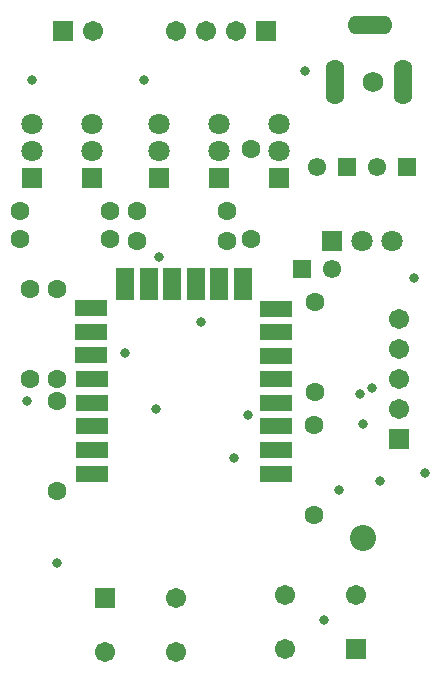
<source format=gts>
%FSLAX25Y25*%
%MOIN*%
G70*
G01*
G75*
G04 Layer_Color=8388736*
%ADD10C,0.07874*%
%ADD11C,0.02000*%
%ADD12C,0.01200*%
%ADD13C,0.05000*%
%ADD14C,0.02500*%
%ADD15C,0.02953*%
%ADD16C,0.06299*%
%ADD17R,0.06299X0.06299*%
%ADD18R,0.05906X0.05906*%
%ADD19C,0.05906*%
%ADD20O,0.05512X0.14173*%
%ADD21O,0.14173X0.05512*%
%ADD22C,0.05315*%
%ADD23R,0.05315X0.05315*%
%ADD24R,0.06299X0.06299*%
%ADD25C,0.05512*%
%ADD26R,0.05906X0.05906*%
%ADD27R,0.10000X0.04500*%
%ADD28R,0.05500X0.10000*%
%ADD29C,0.06000*%
%ADD30C,0.02500*%
%ADD31C,0.00984*%
%ADD32C,0.00394*%
%ADD33C,0.01000*%
%ADD34C,0.00787*%
%ADD35C,0.00050*%
%ADD36C,0.00900*%
%ADD37C,0.00800*%
%ADD38C,0.00591*%
%ADD39C,0.08674*%
%ADD40C,0.07099*%
%ADD41R,0.07099X0.07099*%
%ADD42R,0.06706X0.06706*%
%ADD43C,0.06706*%
%ADD44O,0.06312X0.14973*%
%ADD45O,0.14973X0.06312*%
%ADD46C,0.06115*%
%ADD47R,0.06115X0.06115*%
%ADD48R,0.07099X0.07099*%
%ADD49C,0.06312*%
%ADD50R,0.06706X0.06706*%
%ADD51R,0.10800X0.05300*%
%ADD52R,0.06300X0.10800*%
%ADD53C,0.06800*%
%ADD54C,0.03300*%
D39*
X119000Y43500D02*
D03*
D40*
X128500Y142500D02*
D03*
X118500D02*
D03*
X28500Y181476D02*
D03*
Y172500D02*
D03*
X8500Y181476D02*
D03*
Y172500D02*
D03*
X91000Y181476D02*
D03*
Y172500D02*
D03*
X71000Y181476D02*
D03*
Y172500D02*
D03*
X51000Y181476D02*
D03*
Y172500D02*
D03*
D41*
X108500Y142500D02*
D03*
D42*
X33000Y23500D02*
D03*
X116500Y6500D02*
D03*
X19000Y212500D02*
D03*
X86500D02*
D03*
D43*
X56500Y23500D02*
D03*
X33000Y5500D02*
D03*
X56500D02*
D03*
X93000Y6500D02*
D03*
X116500Y24500D02*
D03*
X93000D02*
D03*
X29000Y212500D02*
D03*
X76500D02*
D03*
X66500D02*
D03*
X56500D02*
D03*
X131000Y86500D02*
D03*
Y96500D02*
D03*
Y106500D02*
D03*
Y116500D02*
D03*
D44*
X132291Y195500D02*
D03*
X109457D02*
D03*
D45*
X121268Y214398D02*
D03*
D46*
X108500Y133000D02*
D03*
X103500Y167000D02*
D03*
X123500D02*
D03*
D47*
X98500Y133000D02*
D03*
X113500Y167000D02*
D03*
X133500D02*
D03*
D48*
X28500Y163524D02*
D03*
X8500D02*
D03*
X91000D02*
D03*
X71000D02*
D03*
X51000D02*
D03*
D49*
X43500Y142500D02*
D03*
X73500D02*
D03*
X43500Y152500D02*
D03*
X73500D02*
D03*
X4500Y143000D02*
D03*
X34500D02*
D03*
X4500Y152500D02*
D03*
X34500D02*
D03*
X81500Y143000D02*
D03*
Y173000D02*
D03*
X102500Y81000D02*
D03*
Y51000D02*
D03*
X17000Y96500D02*
D03*
Y126500D02*
D03*
Y89000D02*
D03*
Y59000D02*
D03*
X8000Y96500D02*
D03*
Y126500D02*
D03*
X103000Y122000D02*
D03*
Y92000D02*
D03*
D50*
X131000Y76500D02*
D03*
D51*
X89800Y112000D02*
D03*
X28300Y120000D02*
D03*
X89800Y64900D02*
D03*
Y72700D02*
D03*
Y80600D02*
D03*
Y88400D02*
D03*
Y96400D02*
D03*
Y104200D02*
D03*
Y119900D02*
D03*
X28300Y112100D02*
D03*
Y104300D02*
D03*
X28400Y96400D02*
D03*
Y88500D02*
D03*
Y80700D02*
D03*
Y72700D02*
D03*
Y64900D02*
D03*
D52*
X78800Y128100D02*
D03*
X71000D02*
D03*
X63200D02*
D03*
X55200D02*
D03*
X47400D02*
D03*
X39400D02*
D03*
D53*
X122291Y195500D02*
D03*
D54*
X80500Y84500D02*
D03*
X118000Y91500D02*
D03*
X119000Y81500D02*
D03*
X106000Y16000D02*
D03*
X7000Y89000D02*
D03*
X51000Y137000D02*
D03*
X50000Y86500D02*
D03*
X17000Y35000D02*
D03*
X99500Y199000D02*
D03*
X46000Y196000D02*
D03*
X136000Y130000D02*
D03*
X8500Y196000D02*
D03*
X65000Y115500D02*
D03*
X76000Y70000D02*
D03*
X122000Y93500D02*
D03*
X124500Y62500D02*
D03*
X139500Y65000D02*
D03*
X111000Y59500D02*
D03*
X39500Y105000D02*
D03*
M02*

</source>
